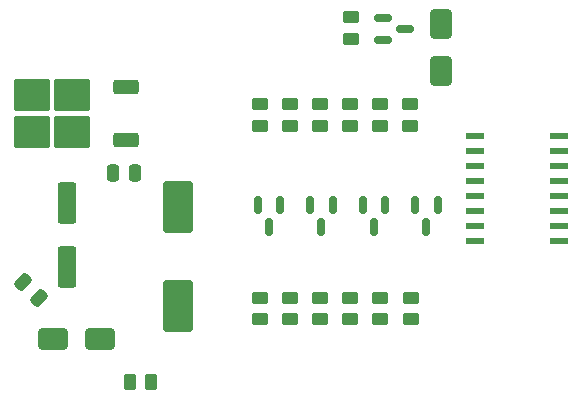
<source format=gbp>
G04 #@! TF.GenerationSoftware,KiCad,Pcbnew,7.0.5-7.0.5~ubuntu20.04.1*
G04 #@! TF.CreationDate,2023-07-24T22:04:44+03:00*
G04 #@! TF.ProjectId,hardware,68617264-7761-4726-952e-6b696361645f,rev?*
G04 #@! TF.SameCoordinates,Original*
G04 #@! TF.FileFunction,Paste,Bot*
G04 #@! TF.FilePolarity,Positive*
%FSLAX46Y46*%
G04 Gerber Fmt 4.6, Leading zero omitted, Abs format (unit mm)*
G04 Created by KiCad (PCBNEW 7.0.5-7.0.5~ubuntu20.04.1) date 2023-07-24 22:04:44*
%MOMM*%
%LPD*%
G01*
G04 APERTURE LIST*
G04 Aperture macros list*
%AMRoundRect*
0 Rectangle with rounded corners*
0 $1 Rounding radius*
0 $2 $3 $4 $5 $6 $7 $8 $9 X,Y pos of 4 corners*
0 Add a 4 corners polygon primitive as box body*
4,1,4,$2,$3,$4,$5,$6,$7,$8,$9,$2,$3,0*
0 Add four circle primitives for the rounded corners*
1,1,$1+$1,$2,$3*
1,1,$1+$1,$4,$5*
1,1,$1+$1,$6,$7*
1,1,$1+$1,$8,$9*
0 Add four rect primitives between the rounded corners*
20,1,$1+$1,$2,$3,$4,$5,0*
20,1,$1+$1,$4,$5,$6,$7,0*
20,1,$1+$1,$6,$7,$8,$9,0*
20,1,$1+$1,$8,$9,$2,$3,0*%
G04 Aperture macros list end*
%ADD10R,1.500000X0.600000*%
%ADD11RoundRect,0.250000X1.000000X0.650000X-1.000000X0.650000X-1.000000X-0.650000X1.000000X-0.650000X0*%
%ADD12RoundRect,0.150000X-0.150000X0.587500X-0.150000X-0.587500X0.150000X-0.587500X0.150000X0.587500X0*%
%ADD13RoundRect,0.250000X0.450000X-0.262500X0.450000X0.262500X-0.450000X0.262500X-0.450000X-0.262500X0*%
%ADD14RoundRect,0.150000X-0.587500X-0.150000X0.587500X-0.150000X0.587500X0.150000X-0.587500X0.150000X0*%
%ADD15RoundRect,0.250000X-0.450000X0.262500X-0.450000X-0.262500X0.450000X-0.262500X0.450000X0.262500X0*%
%ADD16RoundRect,0.250000X-0.250000X-0.475000X0.250000X-0.475000X0.250000X0.475000X-0.250000X0.475000X0*%
%ADD17RoundRect,0.250000X0.850000X0.350000X-0.850000X0.350000X-0.850000X-0.350000X0.850000X-0.350000X0*%
%ADD18RoundRect,0.250000X1.275000X1.125000X-1.275000X1.125000X-1.275000X-1.125000X1.275000X-1.125000X0*%
%ADD19RoundRect,0.250000X0.650000X-1.000000X0.650000X1.000000X-0.650000X1.000000X-0.650000X-1.000000X0*%
%ADD20RoundRect,0.250000X1.000000X-1.950000X1.000000X1.950000X-1.000000X1.950000X-1.000000X-1.950000X0*%
%ADD21RoundRect,0.250000X0.512652X0.159099X0.159099X0.512652X-0.512652X-0.159099X-0.159099X-0.512652X0*%
%ADD22RoundRect,0.250000X0.550000X-1.500000X0.550000X1.500000X-0.550000X1.500000X-0.550000X-1.500000X0*%
%ADD23RoundRect,0.250000X0.262500X0.450000X-0.262500X0.450000X-0.262500X-0.450000X0.262500X-0.450000X0*%
G04 APERTURE END LIST*
D10*
X161300000Y-105257500D03*
X161300000Y-103987500D03*
X161300000Y-102717500D03*
X161300000Y-101447500D03*
X161300000Y-100177500D03*
X161300000Y-98907500D03*
X161300000Y-97637500D03*
X161300000Y-96367500D03*
X168400000Y-96367500D03*
X168400000Y-97637500D03*
X168400000Y-98907500D03*
X168400000Y-100177500D03*
X168400000Y-101447500D03*
X168400000Y-102717500D03*
X168400000Y-103987500D03*
X168400000Y-105257500D03*
D11*
X129600000Y-113530000D03*
X125600000Y-113530000D03*
D12*
X151800000Y-102200000D03*
X153700000Y-102200000D03*
X152750000Y-104075000D03*
D13*
X155850000Y-111875000D03*
X155850000Y-110050000D03*
X150750000Y-111875000D03*
X150750000Y-110050000D03*
D14*
X153512500Y-88262500D03*
X153512500Y-86362500D03*
X155387500Y-87312500D03*
D15*
X155800000Y-93662500D03*
X155800000Y-95487500D03*
D13*
X153300000Y-111875000D03*
X153300000Y-110050000D03*
D15*
X153260000Y-93662500D03*
X153260000Y-95487500D03*
X148180000Y-93662500D03*
X148180000Y-95487500D03*
X145640000Y-93662500D03*
X145640000Y-95487500D03*
D12*
X147350000Y-102200000D03*
X149250000Y-102200000D03*
X148300000Y-104075000D03*
D16*
X130650000Y-99530000D03*
X132550000Y-99530000D03*
D13*
X150800000Y-88112500D03*
X150800000Y-86287500D03*
D12*
X156250000Y-102200000D03*
X158150000Y-102200000D03*
X157200000Y-104075000D03*
D13*
X143100000Y-111875000D03*
X143100000Y-110050000D03*
D17*
X131800000Y-92170000D03*
D18*
X127175000Y-95975000D03*
X127175000Y-92925000D03*
X123825000Y-95975000D03*
X123825000Y-92925000D03*
D17*
X131800000Y-96730000D03*
D13*
X145650000Y-111875000D03*
X145650000Y-110050000D03*
D19*
X158400000Y-90875000D03*
X158400000Y-86875000D03*
D20*
X136200000Y-110730000D03*
X136200000Y-102330000D03*
D21*
X124371751Y-110046751D03*
X123028249Y-108703249D03*
D15*
X150720000Y-93662500D03*
X150720000Y-95487500D03*
D12*
X142900000Y-102200000D03*
X144800000Y-102200000D03*
X143850000Y-104075000D03*
D15*
X143100000Y-93662500D03*
X143100000Y-95487500D03*
D13*
X148200000Y-111875000D03*
X148200000Y-110050000D03*
D22*
X126800000Y-107430000D03*
X126800000Y-102030000D03*
D23*
X133912500Y-117200000D03*
X132087500Y-117200000D03*
M02*

</source>
